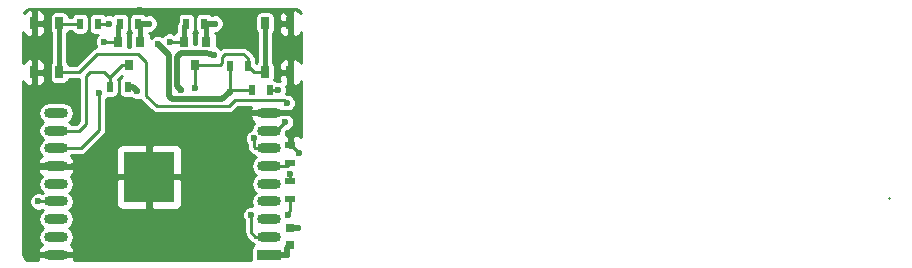
<source format=gtl>
G04 #@! TF.FileFunction,Copper,L1,Top,Signal*
%FSLAX46Y46*%
G04 Gerber Fmt 4.6, Leading zero omitted, Abs format (unit mm)*
G04 Created by KiCad (PCBNEW 4.0.7) date 09/29/18 01:33:36*
%MOMM*%
%LPD*%
G01*
G04 APERTURE LIST*
%ADD10C,0.100000*%
%ADD11O,2.000000X0.900000*%
%ADD12R,2.000000X0.900000*%
%ADD13R,4.300000X4.300000*%
%ADD14R,0.800000X0.900000*%
%ADD15R,0.900000X0.500000*%
%ADD16R,0.750000X0.800000*%
%ADD17R,0.500000X0.900000*%
%ADD18R,0.650000X1.050000*%
%ADD19C,0.600000*%
%ADD20C,0.250000*%
%ADD21C,0.500000*%
%ADD22C,0.400000*%
%ADD23C,0.254000*%
G04 APERTURE END LIST*
D10*
D11*
X124367000Y-106364000D03*
X142367000Y-106364000D03*
D12*
X142367000Y-118364000D03*
D11*
X142367000Y-116864000D03*
X142367000Y-115364000D03*
X142367000Y-113864000D03*
X142367000Y-112364000D03*
X142367000Y-110864000D03*
X142367000Y-109364000D03*
X142367000Y-107864000D03*
X124367000Y-107864000D03*
X124367000Y-109364000D03*
X124367000Y-110864000D03*
X124367000Y-112364000D03*
X124367000Y-113864000D03*
X124367000Y-115364000D03*
X124367000Y-116864000D03*
X124367000Y-118364000D03*
D13*
X132247000Y-111784000D03*
D14*
X137094000Y-100346000D03*
X135194000Y-100346000D03*
X136144000Y-102346000D03*
D15*
X144208500Y-113653000D03*
X144208500Y-112153000D03*
D16*
X144145000Y-116090000D03*
X144145000Y-117590000D03*
D15*
X144208500Y-110605000D03*
X144208500Y-109105000D03*
D17*
X140982000Y-104457500D03*
X142482000Y-104457500D03*
X126377000Y-98806000D03*
X127877000Y-98806000D03*
D14*
X131506000Y-100346000D03*
X129606000Y-100346000D03*
X130556000Y-102346000D03*
D17*
X135394000Y-98806000D03*
X136894000Y-98806000D03*
X140577000Y-102362000D03*
X139077000Y-102362000D03*
X129806000Y-98806000D03*
X131306000Y-98806000D03*
X128917000Y-104140000D03*
X130417000Y-104140000D03*
D18*
X144204000Y-98763000D03*
X144204000Y-102913000D03*
X142054000Y-98763000D03*
X142054000Y-102913000D03*
X122496000Y-102913000D03*
X122496000Y-98763000D03*
X124646000Y-102913000D03*
X124646000Y-98763000D03*
D19*
X128841500Y-98806000D03*
X132969000Y-100520500D03*
X144208500Y-111506000D03*
X139065000Y-104584500D03*
X143954500Y-118427500D03*
X133921500Y-104584500D03*
X131254500Y-104521000D03*
X140589000Y-98044000D03*
X125857000Y-101981000D03*
X131508500Y-97663000D03*
X122491500Y-100647500D03*
X144907000Y-109728000D03*
X139636500Y-106807000D03*
X128778000Y-114935000D03*
X125984000Y-114935000D03*
X132270500Y-106997500D03*
X132270500Y-108648500D03*
X136144000Y-111760000D03*
X136144000Y-106934000D03*
X136144000Y-108585000D03*
X128841500Y-111760000D03*
X128841500Y-106997500D03*
X128841500Y-108712000D03*
X136080500Y-114871500D03*
X122110500Y-110871000D03*
X122047000Y-118364000D03*
X137731500Y-116078000D03*
X140081000Y-116078000D03*
X144843500Y-116078000D03*
X137668000Y-118173500D03*
X125857000Y-118364000D03*
X132270500Y-114935000D03*
X132270500Y-118173500D03*
X144208500Y-104711500D03*
X144399000Y-106362500D03*
X125857000Y-110871000D03*
X128016000Y-104711500D03*
X136144000Y-104267000D03*
X122872500Y-113855500D03*
X144018000Y-114998500D03*
X140906500Y-114998500D03*
X143129000Y-104457500D03*
X141097000Y-108521500D03*
X128397000Y-100330000D03*
X133985000Y-100330000D03*
X143764000Y-107124500D03*
X143891000Y-105537000D03*
X134937500Y-104394000D03*
X137731500Y-101473000D03*
X132207000Y-98806000D03*
X137795000Y-98806000D03*
D20*
X194880800Y-113609100D02*
X194877300Y-113605600D01*
X128841500Y-98806000D02*
X127877000Y-98806000D01*
D21*
X132969000Y-100520500D02*
X133921500Y-101473000D01*
X133921500Y-104584500D02*
X133921500Y-101473000D01*
D20*
X144208500Y-112153000D02*
X144208500Y-111506000D01*
X140982000Y-104457500D02*
X139192000Y-104457500D01*
X139192000Y-104457500D02*
X139065000Y-104584500D01*
D21*
X143954500Y-118427500D02*
X143954500Y-117780500D01*
X143954500Y-117780500D02*
X144145000Y-117590000D01*
X142430500Y-118427500D02*
X143954500Y-118427500D01*
D20*
X139065000Y-102374000D02*
X139065000Y-104584500D01*
D21*
X133921500Y-104961998D02*
X134175500Y-105215998D01*
X133921500Y-104961998D02*
X133921500Y-104584500D01*
X138433502Y-105215998D02*
X139065000Y-104584500D01*
X134175500Y-105215998D02*
X138433502Y-105215998D01*
D20*
X139065000Y-102374000D02*
X139077000Y-102362000D01*
D21*
X130873500Y-104140000D02*
X131254500Y-104521000D01*
X130417000Y-104140000D02*
X130873500Y-104140000D01*
D20*
X144204000Y-98613000D02*
X144204000Y-98230000D01*
X144204000Y-98230000D02*
X143510000Y-97536000D01*
X143510000Y-97536000D02*
X141097000Y-97536000D01*
X141097000Y-97536000D02*
X140589000Y-98044000D01*
X122491500Y-100647500D02*
X122496000Y-100647500D01*
X122496000Y-100647500D02*
X122491500Y-100647500D01*
X122491500Y-100647500D02*
X122496000Y-100647500D01*
X122496000Y-98763000D02*
X122496000Y-100647500D01*
X122496000Y-100647500D02*
X122496000Y-102913000D01*
X144208500Y-109105000D02*
X144284000Y-109105000D01*
X144284000Y-109105000D02*
X144907000Y-109728000D01*
X142367000Y-106364000D02*
X140079500Y-106364000D01*
X140079500Y-106364000D02*
X139636500Y-106807000D01*
D21*
X125984000Y-114935000D02*
X128778000Y-114935000D01*
X132247000Y-108672000D02*
X132247000Y-111784000D01*
X132247000Y-108672000D02*
X132270500Y-108648500D01*
X136144000Y-111760000D02*
X132271000Y-111760000D01*
X136144000Y-108585000D02*
X136144000Y-106934000D01*
X128841500Y-108712000D02*
X128841500Y-106997500D01*
X128841500Y-111760000D02*
X132223000Y-111760000D01*
X132223000Y-111760000D02*
X132247000Y-111784000D01*
X132271000Y-111760000D02*
X132247000Y-111784000D01*
X132270500Y-114935000D02*
X136017000Y-114935000D01*
X136017000Y-114935000D02*
X136080500Y-114871500D01*
X128881000Y-111720500D02*
X128841500Y-111760000D01*
X124367000Y-110864000D02*
X122117500Y-110864000D01*
X122117500Y-110864000D02*
X122110500Y-110871000D01*
X124367000Y-118364000D02*
X122047000Y-118364000D01*
X137731500Y-116078000D02*
X137731500Y-118110000D01*
X144831500Y-116090000D02*
X144843500Y-116078000D01*
X144145000Y-116090000D02*
X144831500Y-116090000D01*
X137731500Y-116078000D02*
X140081000Y-116078000D01*
X137731500Y-118110000D02*
X137668000Y-118173500D01*
D20*
X124367000Y-118364000D02*
X125857000Y-118364000D01*
D21*
X132247000Y-114911500D02*
X132270500Y-114935000D01*
X132247000Y-114911500D02*
X132247000Y-111784000D01*
X132080000Y-118364000D02*
X125857000Y-118364000D01*
X132270500Y-118173500D02*
X132080000Y-118364000D01*
X144204000Y-102913000D02*
X144204000Y-104707000D01*
X144204000Y-104707000D02*
X144208500Y-104711500D01*
X142367000Y-106364000D02*
X144397500Y-106364000D01*
X144397500Y-106364000D02*
X144399000Y-106362500D01*
X144204000Y-98763000D02*
X144204000Y-98230000D01*
D20*
X124367000Y-110864000D02*
X125850000Y-110864000D01*
X125850000Y-110864000D02*
X125857000Y-110871000D01*
D21*
X144124500Y-98763000D02*
X144204000Y-98763000D01*
D20*
X128016000Y-104711500D02*
X128016000Y-107823000D01*
X126475000Y-109364000D02*
X124367000Y-109364000D01*
X126475000Y-109364000D02*
X127825500Y-108013500D01*
X128016000Y-107823000D02*
X127825500Y-108013500D01*
X128917000Y-104140000D02*
X128917000Y-103366000D01*
X129937000Y-102346000D02*
X130556000Y-102346000D01*
X128917000Y-103366000D02*
X129937000Y-102346000D01*
X124367000Y-107864000D02*
X126324000Y-107864000D01*
X128917000Y-103390000D02*
X128917000Y-104140000D01*
X128397000Y-102870000D02*
X128917000Y-103390000D01*
X127254000Y-102870000D02*
X128397000Y-102870000D01*
X126873000Y-103251000D02*
X127254000Y-102870000D01*
X126873000Y-107315000D02*
X126873000Y-103251000D01*
X126324000Y-107864000D02*
X126873000Y-107315000D01*
X140208000Y-101346000D02*
X138684000Y-101346000D01*
X136144000Y-102346000D02*
X137430000Y-102346000D01*
X140577000Y-101715000D02*
X140208000Y-101346000D01*
X140577000Y-101715000D02*
X140577000Y-102362000D01*
X138255500Y-102346000D02*
X137430000Y-102346000D01*
X138430000Y-102171500D02*
X138255500Y-102346000D01*
X138430000Y-101600000D02*
X138430000Y-102171500D01*
X138684000Y-101346000D02*
X138430000Y-101600000D01*
X122872500Y-113855500D02*
X122881000Y-113864000D01*
X124367000Y-113864000D02*
X122881000Y-113864000D01*
X136144000Y-104267000D02*
X136144000Y-102346000D01*
X142054000Y-102913000D02*
X141128000Y-102913000D01*
X141128000Y-102913000D02*
X140577000Y-102362000D01*
D22*
X142054000Y-98763000D02*
X142054000Y-102913000D01*
D20*
X140620000Y-102405000D02*
X140577000Y-102362000D01*
X142367000Y-116864000D02*
X141248000Y-116864000D01*
X144208500Y-114617500D02*
X144208500Y-113653000D01*
X144018000Y-114998500D02*
X144208500Y-114617500D01*
X140906500Y-116459000D02*
X140906500Y-114998500D01*
X141248000Y-116864000D02*
X140906500Y-116459000D01*
X142367000Y-110864000D02*
X143949500Y-110864000D01*
X143949500Y-110864000D02*
X144208500Y-110605000D01*
X141097000Y-108521500D02*
X141097000Y-109220000D01*
X141241000Y-109364000D02*
X142367000Y-109364000D01*
X141097000Y-109220000D02*
X141241000Y-109364000D01*
X142482000Y-104457500D02*
X143129000Y-104457500D01*
X141097000Y-108521500D02*
X141114000Y-108538500D01*
X128413000Y-100346000D02*
X129606000Y-100346000D01*
X128397000Y-100330000D02*
X128413000Y-100346000D01*
D22*
X129606000Y-100346000D02*
X129606000Y-99006000D01*
D20*
X129606000Y-99006000D02*
X129806000Y-98806000D01*
X134001000Y-100346000D02*
X135194000Y-100346000D01*
X133985000Y-100330000D02*
X134001000Y-100346000D01*
D22*
X135194000Y-100346000D02*
X135194000Y-99006000D01*
D20*
X135194000Y-99006000D02*
X135394000Y-98806000D01*
X132905500Y-105791000D02*
X139001500Y-105791000D01*
X131318000Y-101409500D02*
X131953000Y-102044500D01*
X131953000Y-102044500D02*
X131953000Y-104902000D01*
X131953000Y-104902000D02*
X132905500Y-105791000D01*
X124646000Y-102913000D02*
X126322000Y-102913000D01*
X126322000Y-102913000D02*
X127825500Y-101409500D01*
X127825500Y-101409500D02*
X131318000Y-101409500D01*
X143764000Y-107124500D02*
X143024500Y-107864000D01*
X143637000Y-105283000D02*
X143891000Y-105537000D01*
X139509500Y-105283000D02*
X143637000Y-105283000D01*
X139001500Y-105791000D02*
X139509500Y-105283000D01*
X143024500Y-107864000D02*
X142367000Y-107864000D01*
X126377000Y-98806000D02*
X124689000Y-98806000D01*
X124689000Y-98806000D02*
X124646000Y-98763000D01*
D22*
X124646000Y-98763000D02*
X124646000Y-102913000D01*
D21*
X137033000Y-101282500D02*
X134937500Y-101282500D01*
X134937500Y-101282500D02*
X134621502Y-101598498D01*
X134621502Y-101598498D02*
X134621502Y-104078002D01*
X134621502Y-104078002D02*
X134937500Y-104394000D01*
X137033000Y-101282500D02*
X137731500Y-101473000D01*
X132207000Y-98806000D02*
X131306000Y-98806000D01*
X137795000Y-98806000D02*
X136894000Y-98806000D01*
D22*
X131506000Y-100346000D02*
X131506000Y-99006000D01*
D20*
X131506000Y-99006000D02*
X131306000Y-98806000D01*
D22*
X137094000Y-100346000D02*
X137094000Y-99006000D01*
D20*
X137094000Y-99006000D02*
X136894000Y-98806000D01*
D23*
G36*
X144826426Y-97625311D02*
X144973450Y-97723550D01*
X145071689Y-97870575D01*
X145078676Y-97905701D01*
X145067327Y-97878302D01*
X144888699Y-97699673D01*
X144655310Y-97603000D01*
X144489750Y-97603000D01*
X144331000Y-97761750D01*
X144331000Y-98636000D01*
X144351000Y-98636000D01*
X144351000Y-98890000D01*
X144331000Y-98890000D01*
X144331000Y-99764250D01*
X144489750Y-99923000D01*
X144655310Y-99923000D01*
X144888699Y-99826327D01*
X145067327Y-99647698D01*
X145117000Y-99527777D01*
X145117000Y-102148223D01*
X145067327Y-102028302D01*
X144888699Y-101849673D01*
X144655310Y-101753000D01*
X144489750Y-101753000D01*
X144331000Y-101911750D01*
X144331000Y-102786000D01*
X144351000Y-102786000D01*
X144351000Y-103040000D01*
X144331000Y-103040000D01*
X144331000Y-103914250D01*
X144489750Y-104073000D01*
X144655310Y-104073000D01*
X144888699Y-103976327D01*
X145067327Y-103797698D01*
X145117000Y-103677777D01*
X145117000Y-108415475D01*
X145018199Y-108316673D01*
X144784810Y-108220000D01*
X144494250Y-108220000D01*
X144335500Y-108378750D01*
X144335500Y-108980000D01*
X144355500Y-108980000D01*
X144355500Y-109230000D01*
X144335500Y-109230000D01*
X144335500Y-109252000D01*
X144081500Y-109252000D01*
X144081500Y-109230000D01*
X144061500Y-109230000D01*
X144061500Y-108980000D01*
X144081500Y-108980000D01*
X144081500Y-108378750D01*
X143922750Y-108220000D01*
X143801535Y-108220000D01*
X143802372Y-108218748D01*
X143865459Y-107901588D01*
X143917877Y-107901634D01*
X144203560Y-107783592D01*
X144422324Y-107565210D01*
X144540865Y-107279733D01*
X144541134Y-106970623D01*
X144423092Y-106684940D01*
X144204710Y-106466176D01*
X143919233Y-106347635D01*
X143610123Y-106347366D01*
X143324440Y-106465408D01*
X143298803Y-106491000D01*
X142494000Y-106491000D01*
X142494000Y-106511000D01*
X142240000Y-106511000D01*
X142240000Y-106491000D01*
X140899498Y-106491000D01*
X140772592Y-106658001D01*
X140959987Y-107041408D01*
X141145789Y-107199684D01*
X141132576Y-107208512D01*
X140931628Y-107509252D01*
X140879643Y-107770595D01*
X140657440Y-107862408D01*
X140438676Y-108080790D01*
X140320135Y-108366267D01*
X140319866Y-108675377D01*
X140437908Y-108961060D01*
X140495000Y-109018252D01*
X140495000Y-109220000D01*
X140540825Y-109450375D01*
X140671322Y-109645678D01*
X140815322Y-109789678D01*
X141010625Y-109920175D01*
X141074739Y-109932928D01*
X141132576Y-110019488D01*
X141274023Y-110114000D01*
X141132576Y-110208512D01*
X140931628Y-110509252D01*
X140861064Y-110864000D01*
X140931628Y-111218748D01*
X141132576Y-111519488D01*
X141274023Y-111614000D01*
X141132576Y-111708512D01*
X140931628Y-112009252D01*
X140861064Y-112364000D01*
X140931628Y-112718748D01*
X141132576Y-113019488D01*
X141274023Y-113114000D01*
X141132576Y-113208512D01*
X140931628Y-113509252D01*
X140861064Y-113864000D01*
X140931628Y-114218748D01*
X140933482Y-114221523D01*
X140752623Y-114221366D01*
X140466940Y-114339408D01*
X140248176Y-114557790D01*
X140129635Y-114843267D01*
X140129366Y-115152377D01*
X140247408Y-115438060D01*
X140304500Y-115495252D01*
X140304500Y-116459000D01*
X140322523Y-116549605D01*
X140332800Y-116641406D01*
X140345284Y-116664032D01*
X140350325Y-116689375D01*
X140401645Y-116766180D01*
X140446274Y-116847067D01*
X140787774Y-117252067D01*
X140807966Y-117268193D01*
X140822322Y-117289678D01*
X140899129Y-117340999D01*
X140971314Y-117398648D01*
X140996140Y-117405820D01*
X141017625Y-117420175D01*
X141073666Y-117431322D01*
X141122544Y-117504475D01*
X141027887Y-117565385D01*
X140918973Y-117724785D01*
X140880656Y-117914000D01*
X140880656Y-118814000D01*
X140883290Y-118828000D01*
X125878319Y-118828000D01*
X125961408Y-118658001D01*
X125834502Y-118491000D01*
X124494000Y-118491000D01*
X124494000Y-118511000D01*
X124240000Y-118511000D01*
X124240000Y-118491000D01*
X122899498Y-118491000D01*
X122772592Y-118658001D01*
X122855681Y-118828000D01*
X122101369Y-118828000D01*
X121873575Y-118782689D01*
X121726550Y-118684450D01*
X121628311Y-118537426D01*
X121583000Y-118309631D01*
X121583000Y-114009377D01*
X122095366Y-114009377D01*
X122213408Y-114295060D01*
X122431790Y-114513824D01*
X122717267Y-114632365D01*
X123026377Y-114632634D01*
X123196629Y-114562287D01*
X123274023Y-114614000D01*
X123132576Y-114708512D01*
X122931628Y-115009252D01*
X122861064Y-115364000D01*
X122931628Y-115718748D01*
X123132576Y-116019488D01*
X123274023Y-116114000D01*
X123132576Y-116208512D01*
X122931628Y-116509252D01*
X122861064Y-116864000D01*
X122931628Y-117218748D01*
X123132576Y-117519488D01*
X123145789Y-117528316D01*
X122959987Y-117686592D01*
X122772592Y-118069999D01*
X122899498Y-118237000D01*
X124240000Y-118237000D01*
X124240000Y-118217000D01*
X124494000Y-118217000D01*
X124494000Y-118237000D01*
X125834502Y-118237000D01*
X125961408Y-118069999D01*
X125774013Y-117686592D01*
X125588211Y-117528316D01*
X125601424Y-117519488D01*
X125802372Y-117218748D01*
X125872936Y-116864000D01*
X125802372Y-116509252D01*
X125601424Y-116208512D01*
X125459977Y-116114000D01*
X125601424Y-116019488D01*
X125802372Y-115718748D01*
X125872936Y-115364000D01*
X125802372Y-115009252D01*
X125601424Y-114708512D01*
X125459977Y-114614000D01*
X125601424Y-114519488D01*
X125802372Y-114218748D01*
X125872936Y-113864000D01*
X125802372Y-113509252D01*
X125601424Y-113208512D01*
X125459977Y-113114000D01*
X125601424Y-113019488D01*
X125802372Y-112718748D01*
X125872936Y-112364000D01*
X125814406Y-112069750D01*
X129462000Y-112069750D01*
X129462000Y-114060310D01*
X129558673Y-114293699D01*
X129737302Y-114472327D01*
X129970691Y-114569000D01*
X131961250Y-114569000D01*
X132120000Y-114410250D01*
X132120000Y-111911000D01*
X132374000Y-111911000D01*
X132374000Y-114410250D01*
X132532750Y-114569000D01*
X134523309Y-114569000D01*
X134756698Y-114472327D01*
X134935327Y-114293699D01*
X135032000Y-114060310D01*
X135032000Y-112069750D01*
X134873250Y-111911000D01*
X132374000Y-111911000D01*
X132120000Y-111911000D01*
X129620750Y-111911000D01*
X129462000Y-112069750D01*
X125814406Y-112069750D01*
X125802372Y-112009252D01*
X125601424Y-111708512D01*
X125588211Y-111699684D01*
X125774013Y-111541408D01*
X125961408Y-111158001D01*
X125834502Y-110991000D01*
X124494000Y-110991000D01*
X124494000Y-111011000D01*
X124240000Y-111011000D01*
X124240000Y-110991000D01*
X122899498Y-110991000D01*
X122772592Y-111158001D01*
X122959987Y-111541408D01*
X123145789Y-111699684D01*
X123132576Y-111708512D01*
X122931628Y-112009252D01*
X122861064Y-112364000D01*
X122931628Y-112718748D01*
X123132576Y-113019488D01*
X123274023Y-113114000D01*
X123212270Y-113155262D01*
X123027733Y-113078635D01*
X122718623Y-113078366D01*
X122432940Y-113196408D01*
X122214176Y-113414790D01*
X122095635Y-113700267D01*
X122095366Y-114009377D01*
X121583000Y-114009377D01*
X121583000Y-110569999D01*
X122772592Y-110569999D01*
X122899498Y-110737000D01*
X124240000Y-110737000D01*
X124240000Y-110717000D01*
X124494000Y-110717000D01*
X124494000Y-110737000D01*
X125834502Y-110737000D01*
X125961408Y-110569999D01*
X125774013Y-110186592D01*
X125588211Y-110028316D01*
X125601424Y-110019488D01*
X125637164Y-109966000D01*
X126475000Y-109966000D01*
X126705375Y-109920175D01*
X126900678Y-109789678D01*
X127182666Y-109507690D01*
X129462000Y-109507690D01*
X129462000Y-111498250D01*
X129620750Y-111657000D01*
X132120000Y-111657000D01*
X132120000Y-109157750D01*
X132374000Y-109157750D01*
X132374000Y-111657000D01*
X134873250Y-111657000D01*
X135032000Y-111498250D01*
X135032000Y-109507690D01*
X134935327Y-109274301D01*
X134756698Y-109095673D01*
X134523309Y-108999000D01*
X132532750Y-108999000D01*
X132374000Y-109157750D01*
X132120000Y-109157750D01*
X131961250Y-108999000D01*
X129970691Y-108999000D01*
X129737302Y-109095673D01*
X129558673Y-109274301D01*
X129462000Y-109507690D01*
X127182666Y-109507690D01*
X128251178Y-108439179D01*
X128251180Y-108439176D01*
X128441679Y-108248678D01*
X128572175Y-108053375D01*
X128618000Y-107823000D01*
X128618000Y-105208436D01*
X128674324Y-105152210D01*
X128705826Y-105076344D01*
X129167000Y-105076344D01*
X129343765Y-105043083D01*
X129506113Y-104938615D01*
X129615027Y-104779215D01*
X129653344Y-104590000D01*
X129653344Y-103690000D01*
X129620247Y-103514109D01*
X129921364Y-103212992D01*
X129966785Y-103244027D01*
X129976217Y-103245937D01*
X129827887Y-103341385D01*
X129718973Y-103500785D01*
X129680656Y-103690000D01*
X129680656Y-104590000D01*
X129713917Y-104766765D01*
X129818385Y-104929113D01*
X129977785Y-105038027D01*
X130167000Y-105076344D01*
X130667000Y-105076344D01*
X130704034Y-105069376D01*
X130813790Y-105179324D01*
X131099267Y-105297865D01*
X131408377Y-105298134D01*
X131486118Y-105266012D01*
X131527322Y-105327678D01*
X131536087Y-105333535D01*
X131542244Y-105342095D01*
X132494744Y-106231095D01*
X132585947Y-106287588D01*
X132675125Y-106347175D01*
X132685464Y-106349232D01*
X132694428Y-106354784D01*
X132800292Y-106372073D01*
X132905500Y-106393000D01*
X139001500Y-106393000D01*
X139231875Y-106347175D01*
X139427178Y-106216678D01*
X139758857Y-105885000D01*
X140863013Y-105885000D01*
X140772592Y-106069999D01*
X140899498Y-106237000D01*
X142240000Y-106237000D01*
X142240000Y-106217000D01*
X142494000Y-106217000D01*
X142494000Y-106237000D01*
X143550656Y-106237000D01*
X143735767Y-106313865D01*
X144044877Y-106314134D01*
X144330560Y-106196092D01*
X144549324Y-105977710D01*
X144667865Y-105692233D01*
X144668134Y-105383123D01*
X144550092Y-105097440D01*
X144331710Y-104878676D01*
X144046233Y-104760135D01*
X143917059Y-104760023D01*
X143867375Y-104726825D01*
X143859168Y-104725192D01*
X143905865Y-104612733D01*
X143906134Y-104303623D01*
X143810842Y-104073000D01*
X143918250Y-104073000D01*
X144077000Y-103914250D01*
X144077000Y-103040000D01*
X143402750Y-103040000D01*
X143244000Y-103198750D01*
X143244000Y-103564309D01*
X143293835Y-103684622D01*
X143284233Y-103680635D01*
X143088387Y-103680465D01*
X143080615Y-103668387D01*
X142921215Y-103559473D01*
X142843915Y-103543819D01*
X142865344Y-103438000D01*
X142865344Y-102388000D01*
X142841578Y-102261691D01*
X143244000Y-102261691D01*
X143244000Y-102627250D01*
X143402750Y-102786000D01*
X144077000Y-102786000D01*
X144077000Y-101911750D01*
X143918250Y-101753000D01*
X143752690Y-101753000D01*
X143519301Y-101849673D01*
X143340673Y-102028302D01*
X143244000Y-102261691D01*
X142841578Y-102261691D01*
X142832083Y-102211235D01*
X142731000Y-102054147D01*
X142731000Y-99617754D01*
X142827027Y-99477215D01*
X142865344Y-99288000D01*
X142865344Y-99048750D01*
X143244000Y-99048750D01*
X143244000Y-99414309D01*
X143340673Y-99647698D01*
X143519301Y-99826327D01*
X143752690Y-99923000D01*
X143918250Y-99923000D01*
X144077000Y-99764250D01*
X144077000Y-98890000D01*
X143402750Y-98890000D01*
X143244000Y-99048750D01*
X142865344Y-99048750D01*
X142865344Y-98238000D01*
X142841578Y-98111691D01*
X143244000Y-98111691D01*
X143244000Y-98477250D01*
X143402750Y-98636000D01*
X144077000Y-98636000D01*
X144077000Y-97761750D01*
X143918250Y-97603000D01*
X143752690Y-97603000D01*
X143519301Y-97699673D01*
X143340673Y-97878302D01*
X143244000Y-98111691D01*
X142841578Y-98111691D01*
X142832083Y-98061235D01*
X142727615Y-97898887D01*
X142568215Y-97789973D01*
X142379000Y-97751656D01*
X141729000Y-97751656D01*
X141552235Y-97784917D01*
X141389887Y-97889385D01*
X141280973Y-98048785D01*
X141242656Y-98238000D01*
X141242656Y-99288000D01*
X141275917Y-99464765D01*
X141377000Y-99621853D01*
X141377000Y-102058246D01*
X141313344Y-102151409D01*
X141313344Y-101912000D01*
X141280083Y-101735235D01*
X141175615Y-101572887D01*
X141146818Y-101553211D01*
X141133175Y-101484625D01*
X141002678Y-101289322D01*
X140633678Y-100920322D01*
X140438375Y-100789825D01*
X140208000Y-100744000D01*
X138684000Y-100744000D01*
X138491846Y-100782222D01*
X138453624Y-100789825D01*
X138269929Y-100912566D01*
X138172210Y-100814676D01*
X137980344Y-100735006D01*
X137980344Y-99896000D01*
X137947083Y-99719235D01*
X137859454Y-99583056D01*
X137948877Y-99583134D01*
X138234560Y-99465092D01*
X138453324Y-99246710D01*
X138571865Y-98961233D01*
X138572134Y-98652123D01*
X138454092Y-98366440D01*
X138235710Y-98147676D01*
X137950233Y-98029135D01*
X137641123Y-98028866D01*
X137529896Y-98074824D01*
X137492615Y-98016887D01*
X137333215Y-97907973D01*
X137144000Y-97869656D01*
X136644000Y-97869656D01*
X136467235Y-97902917D01*
X136304887Y-98007385D01*
X136195973Y-98166785D01*
X136157656Y-98356000D01*
X136157656Y-99256000D01*
X136190917Y-99432765D01*
X136295385Y-99595113D01*
X136313717Y-99607639D01*
X136245973Y-99706785D01*
X136207656Y-99896000D01*
X136207656Y-100555500D01*
X136080344Y-100555500D01*
X136080344Y-99896000D01*
X136047083Y-99719235D01*
X135976193Y-99609068D01*
X135983113Y-99604615D01*
X136092027Y-99445215D01*
X136130344Y-99256000D01*
X136130344Y-98356000D01*
X136097083Y-98179235D01*
X135992615Y-98016887D01*
X135833215Y-97907973D01*
X135644000Y-97869656D01*
X135144000Y-97869656D01*
X134967235Y-97902917D01*
X134804887Y-98007385D01*
X134695973Y-98166785D01*
X134657656Y-98356000D01*
X134657656Y-98613543D01*
X134568534Y-98746923D01*
X134517000Y-99006000D01*
X134517000Y-99507416D01*
X134454887Y-99547385D01*
X134382283Y-99653644D01*
X134140233Y-99553135D01*
X133831123Y-99552866D01*
X133545440Y-99670908D01*
X133370251Y-99845791D01*
X133124233Y-99743635D01*
X132815123Y-99743366D01*
X132529440Y-99861408D01*
X132392344Y-99998265D01*
X132392344Y-99896000D01*
X132359083Y-99719235D01*
X132271454Y-99583056D01*
X132360877Y-99583134D01*
X132646560Y-99465092D01*
X132865324Y-99246710D01*
X132983865Y-98961233D01*
X132984134Y-98652123D01*
X132866092Y-98366440D01*
X132647710Y-98147676D01*
X132362233Y-98029135D01*
X132053123Y-98028866D01*
X131941896Y-98074824D01*
X131904615Y-98016887D01*
X131745215Y-97907973D01*
X131556000Y-97869656D01*
X131056000Y-97869656D01*
X130879235Y-97902917D01*
X130716887Y-98007385D01*
X130607973Y-98166785D01*
X130569656Y-98356000D01*
X130569656Y-99256000D01*
X130602917Y-99432765D01*
X130707385Y-99595113D01*
X130725717Y-99607639D01*
X130657973Y-99706785D01*
X130619656Y-99896000D01*
X130619656Y-100796000D01*
X130621820Y-100807500D01*
X130490015Y-100807500D01*
X130492344Y-100796000D01*
X130492344Y-99896000D01*
X130459083Y-99719235D01*
X130388193Y-99609068D01*
X130395113Y-99604615D01*
X130504027Y-99445215D01*
X130542344Y-99256000D01*
X130542344Y-98356000D01*
X130509083Y-98179235D01*
X130404615Y-98016887D01*
X130245215Y-97907973D01*
X130056000Y-97869656D01*
X129556000Y-97869656D01*
X129379235Y-97902917D01*
X129216887Y-98007385D01*
X129156653Y-98095540D01*
X128996733Y-98029135D01*
X128687623Y-98028866D01*
X128526234Y-98095551D01*
X128475615Y-98016887D01*
X128316215Y-97907973D01*
X128127000Y-97869656D01*
X127627000Y-97869656D01*
X127450235Y-97902917D01*
X127287887Y-98007385D01*
X127178973Y-98166785D01*
X127140656Y-98356000D01*
X127140656Y-99256000D01*
X127173917Y-99432765D01*
X127278385Y-99595113D01*
X127437785Y-99704027D01*
X127627000Y-99742344D01*
X127885879Y-99742344D01*
X127738676Y-99889290D01*
X127620135Y-100174767D01*
X127619866Y-100483877D01*
X127737908Y-100769560D01*
X127784019Y-100815751D01*
X127595125Y-100853325D01*
X127399822Y-100983822D01*
X126072644Y-102311000D01*
X125442855Y-102311000D01*
X125424083Y-102211235D01*
X125323000Y-102054147D01*
X125323000Y-99617754D01*
X125419027Y-99477215D01*
X125433043Y-99408000D01*
X125669257Y-99408000D01*
X125673917Y-99432765D01*
X125778385Y-99595113D01*
X125937785Y-99704027D01*
X126127000Y-99742344D01*
X126627000Y-99742344D01*
X126803765Y-99709083D01*
X126966113Y-99604615D01*
X127075027Y-99445215D01*
X127113344Y-99256000D01*
X127113344Y-98356000D01*
X127080083Y-98179235D01*
X126975615Y-98016887D01*
X126816215Y-97907973D01*
X126627000Y-97869656D01*
X126127000Y-97869656D01*
X125950235Y-97902917D01*
X125787887Y-98007385D01*
X125678973Y-98166785D01*
X125671437Y-98204000D01*
X125450946Y-98204000D01*
X125424083Y-98061235D01*
X125319615Y-97898887D01*
X125160215Y-97789973D01*
X124971000Y-97751656D01*
X124321000Y-97751656D01*
X124144235Y-97784917D01*
X123981887Y-97889385D01*
X123872973Y-98048785D01*
X123834656Y-98238000D01*
X123834656Y-99288000D01*
X123867917Y-99464765D01*
X123969000Y-99621853D01*
X123969000Y-102058246D01*
X123872973Y-102198785D01*
X123834656Y-102388000D01*
X123834656Y-103438000D01*
X123867917Y-103614765D01*
X123972385Y-103777113D01*
X124131785Y-103886027D01*
X124321000Y-103924344D01*
X124971000Y-103924344D01*
X125147765Y-103891083D01*
X125310113Y-103786615D01*
X125419027Y-103627215D01*
X125441751Y-103515000D01*
X126271000Y-103515000D01*
X126271000Y-107065644D01*
X126074644Y-107262000D01*
X125637164Y-107262000D01*
X125601424Y-107208512D01*
X125459977Y-107114000D01*
X125601424Y-107019488D01*
X125802372Y-106718748D01*
X125872936Y-106364000D01*
X125802372Y-106009252D01*
X125601424Y-105708512D01*
X125300684Y-105507564D01*
X124945936Y-105437000D01*
X123788064Y-105437000D01*
X123433316Y-105507564D01*
X123132576Y-105708512D01*
X122931628Y-106009252D01*
X122861064Y-106364000D01*
X122931628Y-106718748D01*
X123132576Y-107019488D01*
X123274023Y-107114000D01*
X123132576Y-107208512D01*
X122931628Y-107509252D01*
X122861064Y-107864000D01*
X122931628Y-108218748D01*
X123132576Y-108519488D01*
X123274023Y-108614000D01*
X123132576Y-108708512D01*
X122931628Y-109009252D01*
X122861064Y-109364000D01*
X122931628Y-109718748D01*
X123132576Y-110019488D01*
X123145789Y-110028316D01*
X122959987Y-110186592D01*
X122772592Y-110569999D01*
X121583000Y-110569999D01*
X121583000Y-103677777D01*
X121632673Y-103797698D01*
X121811301Y-103976327D01*
X122044690Y-104073000D01*
X122210250Y-104073000D01*
X122369000Y-103914250D01*
X122369000Y-103040000D01*
X122623000Y-103040000D01*
X122623000Y-103914250D01*
X122781750Y-104073000D01*
X122947310Y-104073000D01*
X123180699Y-103976327D01*
X123359327Y-103797698D01*
X123456000Y-103564309D01*
X123456000Y-103198750D01*
X123297250Y-103040000D01*
X122623000Y-103040000D01*
X122369000Y-103040000D01*
X122349000Y-103040000D01*
X122349000Y-102786000D01*
X122369000Y-102786000D01*
X122369000Y-101911750D01*
X122623000Y-101911750D01*
X122623000Y-102786000D01*
X123297250Y-102786000D01*
X123456000Y-102627250D01*
X123456000Y-102261691D01*
X123359327Y-102028302D01*
X123180699Y-101849673D01*
X122947310Y-101753000D01*
X122781750Y-101753000D01*
X122623000Y-101911750D01*
X122369000Y-101911750D01*
X122210250Y-101753000D01*
X122044690Y-101753000D01*
X121811301Y-101849673D01*
X121632673Y-102028302D01*
X121583000Y-102148223D01*
X121583000Y-99527777D01*
X121632673Y-99647698D01*
X121811301Y-99826327D01*
X122044690Y-99923000D01*
X122210250Y-99923000D01*
X122369000Y-99764250D01*
X122369000Y-98890000D01*
X122623000Y-98890000D01*
X122623000Y-99764250D01*
X122781750Y-99923000D01*
X122947310Y-99923000D01*
X123180699Y-99826327D01*
X123359327Y-99647698D01*
X123456000Y-99414309D01*
X123456000Y-99048750D01*
X123297250Y-98890000D01*
X122623000Y-98890000D01*
X122369000Y-98890000D01*
X122349000Y-98890000D01*
X122349000Y-98636000D01*
X122369000Y-98636000D01*
X122369000Y-97761750D01*
X122623000Y-97761750D01*
X122623000Y-98636000D01*
X123297250Y-98636000D01*
X123456000Y-98477250D01*
X123456000Y-98111691D01*
X123359327Y-97878302D01*
X123180699Y-97699673D01*
X122947310Y-97603000D01*
X122781750Y-97603000D01*
X122623000Y-97761750D01*
X122369000Y-97761750D01*
X122210250Y-97603000D01*
X122044690Y-97603000D01*
X121811301Y-97699673D01*
X121632673Y-97878302D01*
X121621324Y-97905701D01*
X121628311Y-97870574D01*
X121726550Y-97723550D01*
X121873575Y-97625311D01*
X122101369Y-97580000D01*
X144598631Y-97580000D01*
X144826426Y-97625311D01*
X144826426Y-97625311D01*
G37*
X144826426Y-97625311D02*
X144973450Y-97723550D01*
X145071689Y-97870575D01*
X145078676Y-97905701D01*
X145067327Y-97878302D01*
X144888699Y-97699673D01*
X144655310Y-97603000D01*
X144489750Y-97603000D01*
X144331000Y-97761750D01*
X144331000Y-98636000D01*
X144351000Y-98636000D01*
X144351000Y-98890000D01*
X144331000Y-98890000D01*
X144331000Y-99764250D01*
X144489750Y-99923000D01*
X144655310Y-99923000D01*
X144888699Y-99826327D01*
X145067327Y-99647698D01*
X145117000Y-99527777D01*
X145117000Y-102148223D01*
X145067327Y-102028302D01*
X144888699Y-101849673D01*
X144655310Y-101753000D01*
X144489750Y-101753000D01*
X144331000Y-101911750D01*
X144331000Y-102786000D01*
X144351000Y-102786000D01*
X144351000Y-103040000D01*
X144331000Y-103040000D01*
X144331000Y-103914250D01*
X144489750Y-104073000D01*
X144655310Y-104073000D01*
X144888699Y-103976327D01*
X145067327Y-103797698D01*
X145117000Y-103677777D01*
X145117000Y-108415475D01*
X145018199Y-108316673D01*
X144784810Y-108220000D01*
X144494250Y-108220000D01*
X144335500Y-108378750D01*
X144335500Y-108980000D01*
X144355500Y-108980000D01*
X144355500Y-109230000D01*
X144335500Y-109230000D01*
X144335500Y-109252000D01*
X144081500Y-109252000D01*
X144081500Y-109230000D01*
X144061500Y-109230000D01*
X144061500Y-108980000D01*
X144081500Y-108980000D01*
X144081500Y-108378750D01*
X143922750Y-108220000D01*
X143801535Y-108220000D01*
X143802372Y-108218748D01*
X143865459Y-107901588D01*
X143917877Y-107901634D01*
X144203560Y-107783592D01*
X144422324Y-107565210D01*
X144540865Y-107279733D01*
X144541134Y-106970623D01*
X144423092Y-106684940D01*
X144204710Y-106466176D01*
X143919233Y-106347635D01*
X143610123Y-106347366D01*
X143324440Y-106465408D01*
X143298803Y-106491000D01*
X142494000Y-106491000D01*
X142494000Y-106511000D01*
X142240000Y-106511000D01*
X142240000Y-106491000D01*
X140899498Y-106491000D01*
X140772592Y-106658001D01*
X140959987Y-107041408D01*
X141145789Y-107199684D01*
X141132576Y-107208512D01*
X140931628Y-107509252D01*
X140879643Y-107770595D01*
X140657440Y-107862408D01*
X140438676Y-108080790D01*
X140320135Y-108366267D01*
X140319866Y-108675377D01*
X140437908Y-108961060D01*
X140495000Y-109018252D01*
X140495000Y-109220000D01*
X140540825Y-109450375D01*
X140671322Y-109645678D01*
X140815322Y-109789678D01*
X141010625Y-109920175D01*
X141074739Y-109932928D01*
X141132576Y-110019488D01*
X141274023Y-110114000D01*
X141132576Y-110208512D01*
X140931628Y-110509252D01*
X140861064Y-110864000D01*
X140931628Y-111218748D01*
X141132576Y-111519488D01*
X141274023Y-111614000D01*
X141132576Y-111708512D01*
X140931628Y-112009252D01*
X140861064Y-112364000D01*
X140931628Y-112718748D01*
X141132576Y-113019488D01*
X141274023Y-113114000D01*
X141132576Y-113208512D01*
X140931628Y-113509252D01*
X140861064Y-113864000D01*
X140931628Y-114218748D01*
X140933482Y-114221523D01*
X140752623Y-114221366D01*
X140466940Y-114339408D01*
X140248176Y-114557790D01*
X140129635Y-114843267D01*
X140129366Y-115152377D01*
X140247408Y-115438060D01*
X140304500Y-115495252D01*
X140304500Y-116459000D01*
X140322523Y-116549605D01*
X140332800Y-116641406D01*
X140345284Y-116664032D01*
X140350325Y-116689375D01*
X140401645Y-116766180D01*
X140446274Y-116847067D01*
X140787774Y-117252067D01*
X140807966Y-117268193D01*
X140822322Y-117289678D01*
X140899129Y-117340999D01*
X140971314Y-117398648D01*
X140996140Y-117405820D01*
X141017625Y-117420175D01*
X141073666Y-117431322D01*
X141122544Y-117504475D01*
X141027887Y-117565385D01*
X140918973Y-117724785D01*
X140880656Y-117914000D01*
X140880656Y-118814000D01*
X140883290Y-118828000D01*
X125878319Y-118828000D01*
X125961408Y-118658001D01*
X125834502Y-118491000D01*
X124494000Y-118491000D01*
X124494000Y-118511000D01*
X124240000Y-118511000D01*
X124240000Y-118491000D01*
X122899498Y-118491000D01*
X122772592Y-118658001D01*
X122855681Y-118828000D01*
X122101369Y-118828000D01*
X121873575Y-118782689D01*
X121726550Y-118684450D01*
X121628311Y-118537426D01*
X121583000Y-118309631D01*
X121583000Y-114009377D01*
X122095366Y-114009377D01*
X122213408Y-114295060D01*
X122431790Y-114513824D01*
X122717267Y-114632365D01*
X123026377Y-114632634D01*
X123196629Y-114562287D01*
X123274023Y-114614000D01*
X123132576Y-114708512D01*
X122931628Y-115009252D01*
X122861064Y-115364000D01*
X122931628Y-115718748D01*
X123132576Y-116019488D01*
X123274023Y-116114000D01*
X123132576Y-116208512D01*
X122931628Y-116509252D01*
X122861064Y-116864000D01*
X122931628Y-117218748D01*
X123132576Y-117519488D01*
X123145789Y-117528316D01*
X122959987Y-117686592D01*
X122772592Y-118069999D01*
X122899498Y-118237000D01*
X124240000Y-118237000D01*
X124240000Y-118217000D01*
X124494000Y-118217000D01*
X124494000Y-118237000D01*
X125834502Y-118237000D01*
X125961408Y-118069999D01*
X125774013Y-117686592D01*
X125588211Y-117528316D01*
X125601424Y-117519488D01*
X125802372Y-117218748D01*
X125872936Y-116864000D01*
X125802372Y-116509252D01*
X125601424Y-116208512D01*
X125459977Y-116114000D01*
X125601424Y-116019488D01*
X125802372Y-115718748D01*
X125872936Y-115364000D01*
X125802372Y-115009252D01*
X125601424Y-114708512D01*
X125459977Y-114614000D01*
X125601424Y-114519488D01*
X125802372Y-114218748D01*
X125872936Y-113864000D01*
X125802372Y-113509252D01*
X125601424Y-113208512D01*
X125459977Y-113114000D01*
X125601424Y-113019488D01*
X125802372Y-112718748D01*
X125872936Y-112364000D01*
X125814406Y-112069750D01*
X129462000Y-112069750D01*
X129462000Y-114060310D01*
X129558673Y-114293699D01*
X129737302Y-114472327D01*
X129970691Y-114569000D01*
X131961250Y-114569000D01*
X132120000Y-114410250D01*
X132120000Y-111911000D01*
X132374000Y-111911000D01*
X132374000Y-114410250D01*
X132532750Y-114569000D01*
X134523309Y-114569000D01*
X134756698Y-114472327D01*
X134935327Y-114293699D01*
X135032000Y-114060310D01*
X135032000Y-112069750D01*
X134873250Y-111911000D01*
X132374000Y-111911000D01*
X132120000Y-111911000D01*
X129620750Y-111911000D01*
X129462000Y-112069750D01*
X125814406Y-112069750D01*
X125802372Y-112009252D01*
X125601424Y-111708512D01*
X125588211Y-111699684D01*
X125774013Y-111541408D01*
X125961408Y-111158001D01*
X125834502Y-110991000D01*
X124494000Y-110991000D01*
X124494000Y-111011000D01*
X124240000Y-111011000D01*
X124240000Y-110991000D01*
X122899498Y-110991000D01*
X122772592Y-111158001D01*
X122959987Y-111541408D01*
X123145789Y-111699684D01*
X123132576Y-111708512D01*
X122931628Y-112009252D01*
X122861064Y-112364000D01*
X122931628Y-112718748D01*
X123132576Y-113019488D01*
X123274023Y-113114000D01*
X123212270Y-113155262D01*
X123027733Y-113078635D01*
X122718623Y-113078366D01*
X122432940Y-113196408D01*
X122214176Y-113414790D01*
X122095635Y-113700267D01*
X122095366Y-114009377D01*
X121583000Y-114009377D01*
X121583000Y-110569999D01*
X122772592Y-110569999D01*
X122899498Y-110737000D01*
X124240000Y-110737000D01*
X124240000Y-110717000D01*
X124494000Y-110717000D01*
X124494000Y-110737000D01*
X125834502Y-110737000D01*
X125961408Y-110569999D01*
X125774013Y-110186592D01*
X125588211Y-110028316D01*
X125601424Y-110019488D01*
X125637164Y-109966000D01*
X126475000Y-109966000D01*
X126705375Y-109920175D01*
X126900678Y-109789678D01*
X127182666Y-109507690D01*
X129462000Y-109507690D01*
X129462000Y-111498250D01*
X129620750Y-111657000D01*
X132120000Y-111657000D01*
X132120000Y-109157750D01*
X132374000Y-109157750D01*
X132374000Y-111657000D01*
X134873250Y-111657000D01*
X135032000Y-111498250D01*
X135032000Y-109507690D01*
X134935327Y-109274301D01*
X134756698Y-109095673D01*
X134523309Y-108999000D01*
X132532750Y-108999000D01*
X132374000Y-109157750D01*
X132120000Y-109157750D01*
X131961250Y-108999000D01*
X129970691Y-108999000D01*
X129737302Y-109095673D01*
X129558673Y-109274301D01*
X129462000Y-109507690D01*
X127182666Y-109507690D01*
X128251178Y-108439179D01*
X128251180Y-108439176D01*
X128441679Y-108248678D01*
X128572175Y-108053375D01*
X128618000Y-107823000D01*
X128618000Y-105208436D01*
X128674324Y-105152210D01*
X128705826Y-105076344D01*
X129167000Y-105076344D01*
X129343765Y-105043083D01*
X129506113Y-104938615D01*
X129615027Y-104779215D01*
X129653344Y-104590000D01*
X129653344Y-103690000D01*
X129620247Y-103514109D01*
X129921364Y-103212992D01*
X129966785Y-103244027D01*
X129976217Y-103245937D01*
X129827887Y-103341385D01*
X129718973Y-103500785D01*
X129680656Y-103690000D01*
X129680656Y-104590000D01*
X129713917Y-104766765D01*
X129818385Y-104929113D01*
X129977785Y-105038027D01*
X130167000Y-105076344D01*
X130667000Y-105076344D01*
X130704034Y-105069376D01*
X130813790Y-105179324D01*
X131099267Y-105297865D01*
X131408377Y-105298134D01*
X131486118Y-105266012D01*
X131527322Y-105327678D01*
X131536087Y-105333535D01*
X131542244Y-105342095D01*
X132494744Y-106231095D01*
X132585947Y-106287588D01*
X132675125Y-106347175D01*
X132685464Y-106349232D01*
X132694428Y-106354784D01*
X132800292Y-106372073D01*
X132905500Y-106393000D01*
X139001500Y-106393000D01*
X139231875Y-106347175D01*
X139427178Y-106216678D01*
X139758857Y-105885000D01*
X140863013Y-105885000D01*
X140772592Y-106069999D01*
X140899498Y-106237000D01*
X142240000Y-106237000D01*
X142240000Y-106217000D01*
X142494000Y-106217000D01*
X142494000Y-106237000D01*
X143550656Y-106237000D01*
X143735767Y-106313865D01*
X144044877Y-106314134D01*
X144330560Y-106196092D01*
X144549324Y-105977710D01*
X144667865Y-105692233D01*
X144668134Y-105383123D01*
X144550092Y-105097440D01*
X144331710Y-104878676D01*
X144046233Y-104760135D01*
X143917059Y-104760023D01*
X143867375Y-104726825D01*
X143859168Y-104725192D01*
X143905865Y-104612733D01*
X143906134Y-104303623D01*
X143810842Y-104073000D01*
X143918250Y-104073000D01*
X144077000Y-103914250D01*
X144077000Y-103040000D01*
X143402750Y-103040000D01*
X143244000Y-103198750D01*
X143244000Y-103564309D01*
X143293835Y-103684622D01*
X143284233Y-103680635D01*
X143088387Y-103680465D01*
X143080615Y-103668387D01*
X142921215Y-103559473D01*
X142843915Y-103543819D01*
X142865344Y-103438000D01*
X142865344Y-102388000D01*
X142841578Y-102261691D01*
X143244000Y-102261691D01*
X143244000Y-102627250D01*
X143402750Y-102786000D01*
X144077000Y-102786000D01*
X144077000Y-101911750D01*
X143918250Y-101753000D01*
X143752690Y-101753000D01*
X143519301Y-101849673D01*
X143340673Y-102028302D01*
X143244000Y-102261691D01*
X142841578Y-102261691D01*
X142832083Y-102211235D01*
X142731000Y-102054147D01*
X142731000Y-99617754D01*
X142827027Y-99477215D01*
X142865344Y-99288000D01*
X142865344Y-99048750D01*
X143244000Y-99048750D01*
X143244000Y-99414309D01*
X143340673Y-99647698D01*
X143519301Y-99826327D01*
X143752690Y-99923000D01*
X143918250Y-99923000D01*
X144077000Y-99764250D01*
X144077000Y-98890000D01*
X143402750Y-98890000D01*
X143244000Y-99048750D01*
X142865344Y-99048750D01*
X142865344Y-98238000D01*
X142841578Y-98111691D01*
X143244000Y-98111691D01*
X143244000Y-98477250D01*
X143402750Y-98636000D01*
X144077000Y-98636000D01*
X144077000Y-97761750D01*
X143918250Y-97603000D01*
X143752690Y-97603000D01*
X143519301Y-97699673D01*
X143340673Y-97878302D01*
X143244000Y-98111691D01*
X142841578Y-98111691D01*
X142832083Y-98061235D01*
X142727615Y-97898887D01*
X142568215Y-97789973D01*
X142379000Y-97751656D01*
X141729000Y-97751656D01*
X141552235Y-97784917D01*
X141389887Y-97889385D01*
X141280973Y-98048785D01*
X141242656Y-98238000D01*
X141242656Y-99288000D01*
X141275917Y-99464765D01*
X141377000Y-99621853D01*
X141377000Y-102058246D01*
X141313344Y-102151409D01*
X141313344Y-101912000D01*
X141280083Y-101735235D01*
X141175615Y-101572887D01*
X141146818Y-101553211D01*
X141133175Y-101484625D01*
X141002678Y-101289322D01*
X140633678Y-100920322D01*
X140438375Y-100789825D01*
X140208000Y-100744000D01*
X138684000Y-100744000D01*
X138491846Y-100782222D01*
X138453624Y-100789825D01*
X138269929Y-100912566D01*
X138172210Y-100814676D01*
X137980344Y-100735006D01*
X137980344Y-99896000D01*
X137947083Y-99719235D01*
X137859454Y-99583056D01*
X137948877Y-99583134D01*
X138234560Y-99465092D01*
X138453324Y-99246710D01*
X138571865Y-98961233D01*
X138572134Y-98652123D01*
X138454092Y-98366440D01*
X138235710Y-98147676D01*
X137950233Y-98029135D01*
X137641123Y-98028866D01*
X137529896Y-98074824D01*
X137492615Y-98016887D01*
X137333215Y-97907973D01*
X137144000Y-97869656D01*
X136644000Y-97869656D01*
X136467235Y-97902917D01*
X136304887Y-98007385D01*
X136195973Y-98166785D01*
X136157656Y-98356000D01*
X136157656Y-99256000D01*
X136190917Y-99432765D01*
X136295385Y-99595113D01*
X136313717Y-99607639D01*
X136245973Y-99706785D01*
X136207656Y-99896000D01*
X136207656Y-100555500D01*
X136080344Y-100555500D01*
X136080344Y-99896000D01*
X136047083Y-99719235D01*
X135976193Y-99609068D01*
X135983113Y-99604615D01*
X136092027Y-99445215D01*
X136130344Y-99256000D01*
X136130344Y-98356000D01*
X136097083Y-98179235D01*
X135992615Y-98016887D01*
X135833215Y-97907973D01*
X135644000Y-97869656D01*
X135144000Y-97869656D01*
X134967235Y-97902917D01*
X134804887Y-98007385D01*
X134695973Y-98166785D01*
X134657656Y-98356000D01*
X134657656Y-98613543D01*
X134568534Y-98746923D01*
X134517000Y-99006000D01*
X134517000Y-99507416D01*
X134454887Y-99547385D01*
X134382283Y-99653644D01*
X134140233Y-99553135D01*
X133831123Y-99552866D01*
X133545440Y-99670908D01*
X133370251Y-99845791D01*
X133124233Y-99743635D01*
X132815123Y-99743366D01*
X132529440Y-99861408D01*
X132392344Y-99998265D01*
X132392344Y-99896000D01*
X132359083Y-99719235D01*
X132271454Y-99583056D01*
X132360877Y-99583134D01*
X132646560Y-99465092D01*
X132865324Y-99246710D01*
X132983865Y-98961233D01*
X132984134Y-98652123D01*
X132866092Y-98366440D01*
X132647710Y-98147676D01*
X132362233Y-98029135D01*
X132053123Y-98028866D01*
X131941896Y-98074824D01*
X131904615Y-98016887D01*
X131745215Y-97907973D01*
X131556000Y-97869656D01*
X131056000Y-97869656D01*
X130879235Y-97902917D01*
X130716887Y-98007385D01*
X130607973Y-98166785D01*
X130569656Y-98356000D01*
X130569656Y-99256000D01*
X130602917Y-99432765D01*
X130707385Y-99595113D01*
X130725717Y-99607639D01*
X130657973Y-99706785D01*
X130619656Y-99896000D01*
X130619656Y-100796000D01*
X130621820Y-100807500D01*
X130490015Y-100807500D01*
X130492344Y-100796000D01*
X130492344Y-99896000D01*
X130459083Y-99719235D01*
X130388193Y-99609068D01*
X130395113Y-99604615D01*
X130504027Y-99445215D01*
X130542344Y-99256000D01*
X130542344Y-98356000D01*
X130509083Y-98179235D01*
X130404615Y-98016887D01*
X130245215Y-97907973D01*
X130056000Y-97869656D01*
X129556000Y-97869656D01*
X129379235Y-97902917D01*
X129216887Y-98007385D01*
X129156653Y-98095540D01*
X128996733Y-98029135D01*
X128687623Y-98028866D01*
X128526234Y-98095551D01*
X128475615Y-98016887D01*
X128316215Y-97907973D01*
X128127000Y-97869656D01*
X127627000Y-97869656D01*
X127450235Y-97902917D01*
X127287887Y-98007385D01*
X127178973Y-98166785D01*
X127140656Y-98356000D01*
X127140656Y-99256000D01*
X127173917Y-99432765D01*
X127278385Y-99595113D01*
X127437785Y-99704027D01*
X127627000Y-99742344D01*
X127885879Y-99742344D01*
X127738676Y-99889290D01*
X127620135Y-100174767D01*
X127619866Y-100483877D01*
X127737908Y-100769560D01*
X127784019Y-100815751D01*
X127595125Y-100853325D01*
X127399822Y-100983822D01*
X126072644Y-102311000D01*
X125442855Y-102311000D01*
X125424083Y-102211235D01*
X125323000Y-102054147D01*
X125323000Y-99617754D01*
X125419027Y-99477215D01*
X125433043Y-99408000D01*
X125669257Y-99408000D01*
X125673917Y-99432765D01*
X125778385Y-99595113D01*
X125937785Y-99704027D01*
X126127000Y-99742344D01*
X126627000Y-99742344D01*
X126803765Y-99709083D01*
X126966113Y-99604615D01*
X127075027Y-99445215D01*
X127113344Y-99256000D01*
X127113344Y-98356000D01*
X127080083Y-98179235D01*
X126975615Y-98016887D01*
X126816215Y-97907973D01*
X126627000Y-97869656D01*
X126127000Y-97869656D01*
X125950235Y-97902917D01*
X125787887Y-98007385D01*
X125678973Y-98166785D01*
X125671437Y-98204000D01*
X125450946Y-98204000D01*
X125424083Y-98061235D01*
X125319615Y-97898887D01*
X125160215Y-97789973D01*
X124971000Y-97751656D01*
X124321000Y-97751656D01*
X124144235Y-97784917D01*
X123981887Y-97889385D01*
X123872973Y-98048785D01*
X123834656Y-98238000D01*
X123834656Y-99288000D01*
X123867917Y-99464765D01*
X123969000Y-99621853D01*
X123969000Y-102058246D01*
X123872973Y-102198785D01*
X123834656Y-102388000D01*
X123834656Y-103438000D01*
X123867917Y-103614765D01*
X123972385Y-103777113D01*
X124131785Y-103886027D01*
X124321000Y-103924344D01*
X124971000Y-103924344D01*
X125147765Y-103891083D01*
X125310113Y-103786615D01*
X125419027Y-103627215D01*
X125441751Y-103515000D01*
X126271000Y-103515000D01*
X126271000Y-107065644D01*
X126074644Y-107262000D01*
X125637164Y-107262000D01*
X125601424Y-107208512D01*
X125459977Y-107114000D01*
X125601424Y-107019488D01*
X125802372Y-106718748D01*
X125872936Y-106364000D01*
X125802372Y-106009252D01*
X125601424Y-105708512D01*
X125300684Y-105507564D01*
X124945936Y-105437000D01*
X123788064Y-105437000D01*
X123433316Y-105507564D01*
X123132576Y-105708512D01*
X122931628Y-106009252D01*
X122861064Y-106364000D01*
X122931628Y-106718748D01*
X123132576Y-107019488D01*
X123274023Y-107114000D01*
X123132576Y-107208512D01*
X122931628Y-107509252D01*
X122861064Y-107864000D01*
X122931628Y-108218748D01*
X123132576Y-108519488D01*
X123274023Y-108614000D01*
X123132576Y-108708512D01*
X122931628Y-109009252D01*
X122861064Y-109364000D01*
X122931628Y-109718748D01*
X123132576Y-110019488D01*
X123145789Y-110028316D01*
X122959987Y-110186592D01*
X122772592Y-110569999D01*
X121583000Y-110569999D01*
X121583000Y-103677777D01*
X121632673Y-103797698D01*
X121811301Y-103976327D01*
X122044690Y-104073000D01*
X122210250Y-104073000D01*
X122369000Y-103914250D01*
X122369000Y-103040000D01*
X122623000Y-103040000D01*
X122623000Y-103914250D01*
X122781750Y-104073000D01*
X122947310Y-104073000D01*
X123180699Y-103976327D01*
X123359327Y-103797698D01*
X123456000Y-103564309D01*
X123456000Y-103198750D01*
X123297250Y-103040000D01*
X122623000Y-103040000D01*
X122369000Y-103040000D01*
X122349000Y-103040000D01*
X122349000Y-102786000D01*
X122369000Y-102786000D01*
X122369000Y-101911750D01*
X122623000Y-101911750D01*
X122623000Y-102786000D01*
X123297250Y-102786000D01*
X123456000Y-102627250D01*
X123456000Y-102261691D01*
X123359327Y-102028302D01*
X123180699Y-101849673D01*
X122947310Y-101753000D01*
X122781750Y-101753000D01*
X122623000Y-101911750D01*
X122369000Y-101911750D01*
X122210250Y-101753000D01*
X122044690Y-101753000D01*
X121811301Y-101849673D01*
X121632673Y-102028302D01*
X121583000Y-102148223D01*
X121583000Y-99527777D01*
X121632673Y-99647698D01*
X121811301Y-99826327D01*
X122044690Y-99923000D01*
X122210250Y-99923000D01*
X122369000Y-99764250D01*
X122369000Y-98890000D01*
X122623000Y-98890000D01*
X122623000Y-99764250D01*
X122781750Y-99923000D01*
X122947310Y-99923000D01*
X123180699Y-99826327D01*
X123359327Y-99647698D01*
X123456000Y-99414309D01*
X123456000Y-99048750D01*
X123297250Y-98890000D01*
X122623000Y-98890000D01*
X122369000Y-98890000D01*
X122349000Y-98890000D01*
X122349000Y-98636000D01*
X122369000Y-98636000D01*
X122369000Y-97761750D01*
X122623000Y-97761750D01*
X122623000Y-98636000D01*
X123297250Y-98636000D01*
X123456000Y-98477250D01*
X123456000Y-98111691D01*
X123359327Y-97878302D01*
X123180699Y-97699673D01*
X122947310Y-97603000D01*
X122781750Y-97603000D01*
X122623000Y-97761750D01*
X122369000Y-97761750D01*
X122210250Y-97603000D01*
X122044690Y-97603000D01*
X121811301Y-97699673D01*
X121632673Y-97878302D01*
X121621324Y-97905701D01*
X121628311Y-97870574D01*
X121726550Y-97723550D01*
X121873575Y-97625311D01*
X122101369Y-97580000D01*
X144598631Y-97580000D01*
X144826426Y-97625311D01*
G36*
X144272000Y-115963000D02*
X144292000Y-115963000D01*
X144292000Y-116217000D01*
X144272000Y-116217000D01*
X144272000Y-116237000D01*
X144018000Y-116237000D01*
X144018000Y-116217000D01*
X143998000Y-116217000D01*
X143998000Y-115963000D01*
X144018000Y-115963000D01*
X144018000Y-115943000D01*
X144272000Y-115943000D01*
X144272000Y-115963000D01*
X144272000Y-115963000D01*
G37*
X144272000Y-115963000D02*
X144292000Y-115963000D01*
X144292000Y-116217000D01*
X144272000Y-116217000D01*
X144272000Y-116237000D01*
X144018000Y-116237000D01*
X144018000Y-116217000D01*
X143998000Y-116217000D01*
X143998000Y-115963000D01*
X144018000Y-115963000D01*
X144018000Y-115943000D01*
X144272000Y-115943000D01*
X144272000Y-115963000D01*
M02*

</source>
